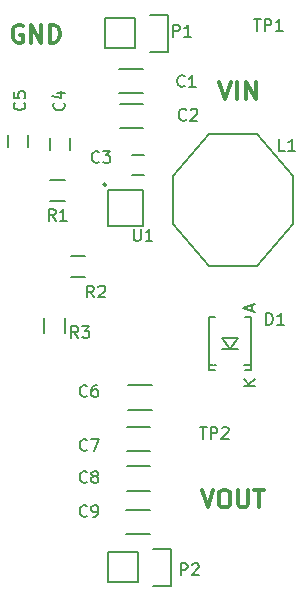
<source format=gbr>
G04 #@! TF.FileFunction,Legend,Top*
%FSLAX46Y46*%
G04 Gerber Fmt 4.6, Leading zero omitted, Abs format (unit mm)*
G04 Created by KiCad (PCBNEW 0.201509151501+6198~30~ubuntu14.04.1-product) date Wed 04 Nov 2015 10:21:58 PM EST*
%MOMM*%
G01*
G04 APERTURE LIST*
%ADD10C,0.100000*%
%ADD11C,0.300000*%
%ADD12C,0.150000*%
G04 APERTURE END LIST*
D10*
D11*
X110723823Y-56923240D02*
X110580966Y-56851811D01*
X110366680Y-56851811D01*
X110152395Y-56923240D01*
X110009537Y-57066097D01*
X109938109Y-57208954D01*
X109866680Y-57494669D01*
X109866680Y-57708954D01*
X109938109Y-57994669D01*
X110009537Y-58137526D01*
X110152395Y-58280383D01*
X110366680Y-58351811D01*
X110509537Y-58351811D01*
X110723823Y-58280383D01*
X110795252Y-58208954D01*
X110795252Y-57708954D01*
X110509537Y-57708954D01*
X111438109Y-58351811D02*
X111438109Y-56851811D01*
X112295252Y-58351811D01*
X112295252Y-56851811D01*
X113009538Y-58351811D02*
X113009538Y-56851811D01*
X113366681Y-56851811D01*
X113580966Y-56923240D01*
X113723824Y-57066097D01*
X113795252Y-57208954D01*
X113866681Y-57494669D01*
X113866681Y-57708954D01*
X113795252Y-57994669D01*
X113723824Y-58137526D01*
X113580966Y-58280383D01*
X113366681Y-58351811D01*
X113009538Y-58351811D01*
X127389143Y-61662571D02*
X127889143Y-63162571D01*
X128389143Y-61662571D01*
X128889143Y-63162571D02*
X128889143Y-61662571D01*
X129603429Y-63162571D02*
X129603429Y-61662571D01*
X130460572Y-63162571D01*
X130460572Y-61662571D01*
X125881143Y-96206571D02*
X126381143Y-97706571D01*
X126881143Y-96206571D01*
X127666857Y-96206571D02*
X127952571Y-96206571D01*
X128095429Y-96278000D01*
X128238286Y-96420857D01*
X128309714Y-96706571D01*
X128309714Y-97206571D01*
X128238286Y-97492286D01*
X128095429Y-97635143D01*
X127952571Y-97706571D01*
X127666857Y-97706571D01*
X127524000Y-97635143D01*
X127381143Y-97492286D01*
X127309714Y-97206571D01*
X127309714Y-96706571D01*
X127381143Y-96420857D01*
X127524000Y-96278000D01*
X127666857Y-96206571D01*
X128952572Y-96206571D02*
X128952572Y-97420857D01*
X129024000Y-97563714D01*
X129095429Y-97635143D01*
X129238286Y-97706571D01*
X129524000Y-97706571D01*
X129666858Y-97635143D01*
X129738286Y-97563714D01*
X129809715Y-97420857D01*
X129809715Y-96206571D01*
X130309715Y-96206571D02*
X131166858Y-96206571D01*
X130738287Y-97706571D02*
X130738287Y-96206571D01*
D12*
X118893080Y-62630160D02*
X120893080Y-62630160D01*
X120893080Y-60580160D02*
X118893080Y-60580160D01*
X118937280Y-65607040D02*
X120937280Y-65607040D01*
X120937280Y-63557040D02*
X118937280Y-63557040D01*
X119997600Y-69536680D02*
X120997600Y-69536680D01*
X120997600Y-67836680D02*
X119997600Y-67836680D01*
X113013120Y-66434400D02*
X113013120Y-67434400D01*
X114713120Y-67434400D02*
X114713120Y-66434400D01*
X109492680Y-66165160D02*
X109492680Y-67165160D01*
X111192680Y-67165160D02*
X111192680Y-66165160D01*
X119633240Y-89427160D02*
X121633240Y-89427160D01*
X121633240Y-87377160D02*
X119633240Y-87377160D01*
X119546880Y-92912040D02*
X121546880Y-92912040D01*
X121546880Y-90862040D02*
X119546880Y-90862040D01*
X119538240Y-96285160D02*
X121538240Y-96285160D01*
X121538240Y-94235160D02*
X119538240Y-94235160D01*
X119465600Y-99932600D02*
X121465600Y-99932600D01*
X121465600Y-97882600D02*
X119465600Y-97882600D01*
X128270000Y-84319580D02*
X127568960Y-83369620D01*
X127568960Y-83369620D02*
X128971040Y-83369620D01*
X128971040Y-83369620D02*
X128270000Y-84319580D01*
X127568960Y-84319580D02*
X128971040Y-84319580D01*
X129669540Y-86070440D02*
X129519680Y-86070440D01*
X126870460Y-86070440D02*
X127020320Y-86070440D01*
X129669540Y-85619140D02*
X129468880Y-85619140D01*
X129618740Y-81569560D02*
X129519680Y-81569560D01*
X126921260Y-85619140D02*
X127071120Y-85619140D01*
X126870460Y-81569560D02*
X127020320Y-81569560D01*
X130020060Y-85619140D02*
X129669540Y-85619140D01*
X126519940Y-85619140D02*
X126870460Y-85619140D01*
X130020060Y-81569560D02*
X129669540Y-81569560D01*
X130020060Y-86070440D02*
X129669540Y-86070440D01*
X126519940Y-86070440D02*
X126870460Y-86070440D01*
X126519940Y-81569560D02*
X126870460Y-81569560D01*
X130020060Y-86070440D02*
X130020060Y-81569560D01*
X126519940Y-86070440D02*
X126519940Y-81569560D01*
X133604000Y-69668000D02*
X133604000Y-73732000D01*
X133604000Y-73732000D02*
X130556000Y-77288000D01*
X130556000Y-77288000D02*
X126492000Y-77288000D01*
X126492000Y-77288000D02*
X123444000Y-73732000D01*
X123444000Y-73732000D02*
X123444000Y-69668000D01*
X123444000Y-69668000D02*
X126492000Y-66112000D01*
X126492000Y-66112000D02*
X130556000Y-66112000D01*
X130556000Y-66112000D02*
X133604000Y-69668000D01*
X120228360Y-58831480D02*
X117688360Y-58831480D01*
X123048360Y-59111480D02*
X121498360Y-59111480D01*
X120228360Y-58831480D02*
X120228360Y-56291480D01*
X121498360Y-56011480D02*
X123048360Y-56011480D01*
X123048360Y-56011480D02*
X123048360Y-59111480D01*
X120228360Y-56291480D02*
X117688360Y-56291480D01*
X117688360Y-56291480D02*
X117688360Y-58831480D01*
X120492520Y-104058720D02*
X117952520Y-104058720D01*
X123312520Y-104338720D02*
X121762520Y-104338720D01*
X120492520Y-104058720D02*
X120492520Y-101518720D01*
X121762520Y-101238720D02*
X123312520Y-101238720D01*
X123312520Y-101238720D02*
X123312520Y-104338720D01*
X120492520Y-101518720D02*
X117952520Y-101518720D01*
X117952520Y-101518720D02*
X117952520Y-104058720D01*
X113073880Y-70016400D02*
X114273880Y-70016400D01*
X114273880Y-71766400D02*
X113073880Y-71766400D01*
X114787120Y-76407040D02*
X115987120Y-76407040D01*
X115987120Y-78157040D02*
X114787120Y-78157040D01*
X112566480Y-82906160D02*
X112566480Y-81706160D01*
X114316480Y-81706160D02*
X114316480Y-82906160D01*
X117980000Y-70790000D02*
X117980000Y-73890000D01*
X117980000Y-73890000D02*
X120880000Y-73890000D01*
X120880000Y-73890000D02*
X120880000Y-70790000D01*
X120880000Y-70790000D02*
X117980000Y-70790000D01*
X117821421Y-70390000D02*
G75*
G03X117821421Y-70390000I-141421J0D01*
G01*
X124435574Y-62008023D02*
X124387955Y-62055642D01*
X124245098Y-62103261D01*
X124149860Y-62103261D01*
X124007002Y-62055642D01*
X123911764Y-61960404D01*
X123864145Y-61865166D01*
X123816526Y-61674690D01*
X123816526Y-61531832D01*
X123864145Y-61341356D01*
X123911764Y-61246118D01*
X124007002Y-61150880D01*
X124149860Y-61103261D01*
X124245098Y-61103261D01*
X124387955Y-61150880D01*
X124435574Y-61198499D01*
X125387955Y-62103261D02*
X124816526Y-62103261D01*
X125102240Y-62103261D02*
X125102240Y-61103261D01*
X125007002Y-61246118D01*
X124911764Y-61341356D01*
X124816526Y-61388975D01*
X124572734Y-64852823D02*
X124525115Y-64900442D01*
X124382258Y-64948061D01*
X124287020Y-64948061D01*
X124144162Y-64900442D01*
X124048924Y-64805204D01*
X124001305Y-64709966D01*
X123953686Y-64519490D01*
X123953686Y-64376632D01*
X124001305Y-64186156D01*
X124048924Y-64090918D01*
X124144162Y-63995680D01*
X124287020Y-63948061D01*
X124382258Y-63948061D01*
X124525115Y-63995680D01*
X124572734Y-64043299D01*
X124953686Y-64043299D02*
X125001305Y-63995680D01*
X125096543Y-63948061D01*
X125334639Y-63948061D01*
X125429877Y-63995680D01*
X125477496Y-64043299D01*
X125525115Y-64138537D01*
X125525115Y-64233775D01*
X125477496Y-64376632D01*
X124906067Y-64948061D01*
X125525115Y-64948061D01*
X117181334Y-68429143D02*
X117133715Y-68476762D01*
X116990858Y-68524381D01*
X116895620Y-68524381D01*
X116752762Y-68476762D01*
X116657524Y-68381524D01*
X116609905Y-68286286D01*
X116562286Y-68095810D01*
X116562286Y-67952952D01*
X116609905Y-67762476D01*
X116657524Y-67667238D01*
X116752762Y-67572000D01*
X116895620Y-67524381D01*
X116990858Y-67524381D01*
X117133715Y-67572000D01*
X117181334Y-67619619D01*
X117514667Y-67524381D02*
X118133715Y-67524381D01*
X117800381Y-67905333D01*
X117943239Y-67905333D01*
X118038477Y-67952952D01*
X118086096Y-68000571D01*
X118133715Y-68095810D01*
X118133715Y-68333905D01*
X118086096Y-68429143D01*
X118038477Y-68476762D01*
X117943239Y-68524381D01*
X117657524Y-68524381D01*
X117562286Y-68476762D01*
X117514667Y-68429143D01*
X114194863Y-63448866D02*
X114242482Y-63496485D01*
X114290101Y-63639342D01*
X114290101Y-63734580D01*
X114242482Y-63877438D01*
X114147244Y-63972676D01*
X114052006Y-64020295D01*
X113861530Y-64067914D01*
X113718672Y-64067914D01*
X113528196Y-64020295D01*
X113432958Y-63972676D01*
X113337720Y-63877438D01*
X113290101Y-63734580D01*
X113290101Y-63639342D01*
X113337720Y-63496485D01*
X113385339Y-63448866D01*
X113623434Y-62591723D02*
X114290101Y-62591723D01*
X113242482Y-62829819D02*
X113956768Y-63067914D01*
X113956768Y-62448866D01*
X110867463Y-63432986D02*
X110915082Y-63480605D01*
X110962701Y-63623462D01*
X110962701Y-63718700D01*
X110915082Y-63861558D01*
X110819844Y-63956796D01*
X110724606Y-64004415D01*
X110534130Y-64052034D01*
X110391272Y-64052034D01*
X110200796Y-64004415D01*
X110105558Y-63956796D01*
X110010320Y-63861558D01*
X109962701Y-63718700D01*
X109962701Y-63623462D01*
X110010320Y-63480605D01*
X110057939Y-63432986D01*
X109962701Y-62528224D02*
X109962701Y-63004415D01*
X110438891Y-63052034D01*
X110391272Y-63004415D01*
X110343653Y-62909177D01*
X110343653Y-62671081D01*
X110391272Y-62575843D01*
X110438891Y-62528224D01*
X110534130Y-62480605D01*
X110772225Y-62480605D01*
X110867463Y-62528224D01*
X110915082Y-62575843D01*
X110962701Y-62671081D01*
X110962701Y-62909177D01*
X110915082Y-63004415D01*
X110867463Y-63052034D01*
X116165334Y-88241143D02*
X116117715Y-88288762D01*
X115974858Y-88336381D01*
X115879620Y-88336381D01*
X115736762Y-88288762D01*
X115641524Y-88193524D01*
X115593905Y-88098286D01*
X115546286Y-87907810D01*
X115546286Y-87764952D01*
X115593905Y-87574476D01*
X115641524Y-87479238D01*
X115736762Y-87384000D01*
X115879620Y-87336381D01*
X115974858Y-87336381D01*
X116117715Y-87384000D01*
X116165334Y-87431619D01*
X117022477Y-87336381D02*
X116832000Y-87336381D01*
X116736762Y-87384000D01*
X116689143Y-87431619D01*
X116593905Y-87574476D01*
X116546286Y-87764952D01*
X116546286Y-88145905D01*
X116593905Y-88241143D01*
X116641524Y-88288762D01*
X116736762Y-88336381D01*
X116927239Y-88336381D01*
X117022477Y-88288762D01*
X117070096Y-88241143D01*
X117117715Y-88145905D01*
X117117715Y-87907810D01*
X117070096Y-87812571D01*
X117022477Y-87764952D01*
X116927239Y-87717333D01*
X116736762Y-87717333D01*
X116641524Y-87764952D01*
X116593905Y-87812571D01*
X116546286Y-87907810D01*
X116165334Y-92813143D02*
X116117715Y-92860762D01*
X115974858Y-92908381D01*
X115879620Y-92908381D01*
X115736762Y-92860762D01*
X115641524Y-92765524D01*
X115593905Y-92670286D01*
X115546286Y-92479810D01*
X115546286Y-92336952D01*
X115593905Y-92146476D01*
X115641524Y-92051238D01*
X115736762Y-91956000D01*
X115879620Y-91908381D01*
X115974858Y-91908381D01*
X116117715Y-91956000D01*
X116165334Y-92003619D01*
X116498667Y-91908381D02*
X117165334Y-91908381D01*
X116736762Y-92908381D01*
X116165334Y-95530943D02*
X116117715Y-95578562D01*
X115974858Y-95626181D01*
X115879620Y-95626181D01*
X115736762Y-95578562D01*
X115641524Y-95483324D01*
X115593905Y-95388086D01*
X115546286Y-95197610D01*
X115546286Y-95054752D01*
X115593905Y-94864276D01*
X115641524Y-94769038D01*
X115736762Y-94673800D01*
X115879620Y-94626181D01*
X115974858Y-94626181D01*
X116117715Y-94673800D01*
X116165334Y-94721419D01*
X116736762Y-95054752D02*
X116641524Y-95007133D01*
X116593905Y-94959514D01*
X116546286Y-94864276D01*
X116546286Y-94816657D01*
X116593905Y-94721419D01*
X116641524Y-94673800D01*
X116736762Y-94626181D01*
X116927239Y-94626181D01*
X117022477Y-94673800D01*
X117070096Y-94721419D01*
X117117715Y-94816657D01*
X117117715Y-94864276D01*
X117070096Y-94959514D01*
X117022477Y-95007133D01*
X116927239Y-95054752D01*
X116736762Y-95054752D01*
X116641524Y-95102371D01*
X116593905Y-95149990D01*
X116546286Y-95245229D01*
X116546286Y-95435705D01*
X116593905Y-95530943D01*
X116641524Y-95578562D01*
X116736762Y-95626181D01*
X116927239Y-95626181D01*
X117022477Y-95578562D01*
X117070096Y-95530943D01*
X117117715Y-95435705D01*
X117117715Y-95245229D01*
X117070096Y-95149990D01*
X117022477Y-95102371D01*
X116927239Y-95054752D01*
X116165334Y-98401143D02*
X116117715Y-98448762D01*
X115974858Y-98496381D01*
X115879620Y-98496381D01*
X115736762Y-98448762D01*
X115641524Y-98353524D01*
X115593905Y-98258286D01*
X115546286Y-98067810D01*
X115546286Y-97924952D01*
X115593905Y-97734476D01*
X115641524Y-97639238D01*
X115736762Y-97544000D01*
X115879620Y-97496381D01*
X115974858Y-97496381D01*
X116117715Y-97544000D01*
X116165334Y-97591619D01*
X116641524Y-98496381D02*
X116832000Y-98496381D01*
X116927239Y-98448762D01*
X116974858Y-98401143D01*
X117070096Y-98258286D01*
X117117715Y-98067810D01*
X117117715Y-97686857D01*
X117070096Y-97591619D01*
X117022477Y-97544000D01*
X116927239Y-97496381D01*
X116736762Y-97496381D01*
X116641524Y-97544000D01*
X116593905Y-97591619D01*
X116546286Y-97686857D01*
X116546286Y-97924952D01*
X116593905Y-98020190D01*
X116641524Y-98067810D01*
X116736762Y-98115429D01*
X116927239Y-98115429D01*
X117022477Y-98067810D01*
X117070096Y-98020190D01*
X117117715Y-97924952D01*
X131341905Y-82240381D02*
X131341905Y-81240381D01*
X131580000Y-81240381D01*
X131722858Y-81288000D01*
X131818096Y-81383238D01*
X131865715Y-81478476D01*
X131913334Y-81668952D01*
X131913334Y-81811810D01*
X131865715Y-82002286D01*
X131818096Y-82097524D01*
X131722858Y-82192762D01*
X131580000Y-82240381D01*
X131341905Y-82240381D01*
X132865715Y-82240381D02*
X132294286Y-82240381D01*
X132580000Y-82240381D02*
X132580000Y-81240381D01*
X132484762Y-81383238D01*
X132389524Y-81478476D01*
X132294286Y-81526095D01*
X130422381Y-87381905D02*
X129422381Y-87381905D01*
X130422381Y-86810476D02*
X129850952Y-87239048D01*
X129422381Y-86810476D02*
X129993810Y-87381905D01*
X130135927Y-81058355D02*
X130135927Y-80582164D01*
X130421641Y-81153593D02*
X129421641Y-80820260D01*
X130421641Y-80486926D01*
X132929334Y-67508381D02*
X132453143Y-67508381D01*
X132453143Y-66508381D01*
X133786477Y-67508381D02*
X133215048Y-67508381D01*
X133500762Y-67508381D02*
X133500762Y-66508381D01*
X133405524Y-66651238D01*
X133310286Y-66746476D01*
X133215048Y-66794095D01*
X123472985Y-57841141D02*
X123472985Y-56841141D01*
X123853938Y-56841141D01*
X123949176Y-56888760D01*
X123996795Y-56936379D01*
X124044414Y-57031617D01*
X124044414Y-57174474D01*
X123996795Y-57269712D01*
X123949176Y-57317331D01*
X123853938Y-57364950D01*
X123472985Y-57364950D01*
X124996795Y-57841141D02*
X124425366Y-57841141D01*
X124711080Y-57841141D02*
X124711080Y-56841141D01*
X124615842Y-56983998D01*
X124520604Y-57079236D01*
X124425366Y-57126855D01*
X124118145Y-103444301D02*
X124118145Y-102444301D01*
X124499098Y-102444301D01*
X124594336Y-102491920D01*
X124641955Y-102539539D01*
X124689574Y-102634777D01*
X124689574Y-102777634D01*
X124641955Y-102872872D01*
X124594336Y-102920491D01*
X124499098Y-102968110D01*
X124118145Y-102968110D01*
X125070526Y-102539539D02*
X125118145Y-102491920D01*
X125213383Y-102444301D01*
X125451479Y-102444301D01*
X125546717Y-102491920D01*
X125594336Y-102539539D01*
X125641955Y-102634777D01*
X125641955Y-102730015D01*
X125594336Y-102872872D01*
X125022907Y-103444301D01*
X125641955Y-103444301D01*
X113507214Y-73443781D02*
X113173880Y-72967590D01*
X112935785Y-73443781D02*
X112935785Y-72443781D01*
X113316738Y-72443781D01*
X113411976Y-72491400D01*
X113459595Y-72539019D01*
X113507214Y-72634257D01*
X113507214Y-72777114D01*
X113459595Y-72872352D01*
X113411976Y-72919971D01*
X113316738Y-72967590D01*
X112935785Y-72967590D01*
X114459595Y-73443781D02*
X113888166Y-73443781D01*
X114173880Y-73443781D02*
X114173880Y-72443781D01*
X114078642Y-72586638D01*
X113983404Y-72681876D01*
X113888166Y-72729495D01*
X116759694Y-79918821D02*
X116426360Y-79442630D01*
X116188265Y-79918821D02*
X116188265Y-78918821D01*
X116569218Y-78918821D01*
X116664456Y-78966440D01*
X116712075Y-79014059D01*
X116759694Y-79109297D01*
X116759694Y-79252154D01*
X116712075Y-79347392D01*
X116664456Y-79395011D01*
X116569218Y-79442630D01*
X116188265Y-79442630D01*
X117140646Y-79014059D02*
X117188265Y-78966440D01*
X117283503Y-78918821D01*
X117521599Y-78918821D01*
X117616837Y-78966440D01*
X117664456Y-79014059D01*
X117712075Y-79109297D01*
X117712075Y-79204535D01*
X117664456Y-79347392D01*
X117093027Y-79918821D01*
X117712075Y-79918821D01*
X115423654Y-83363061D02*
X115090320Y-82886870D01*
X114852225Y-83363061D02*
X114852225Y-82363061D01*
X115233178Y-82363061D01*
X115328416Y-82410680D01*
X115376035Y-82458299D01*
X115423654Y-82553537D01*
X115423654Y-82696394D01*
X115376035Y-82791632D01*
X115328416Y-82839251D01*
X115233178Y-82886870D01*
X114852225Y-82886870D01*
X115756987Y-82363061D02*
X116376035Y-82363061D01*
X116042701Y-82744013D01*
X116185559Y-82744013D01*
X116280797Y-82791632D01*
X116328416Y-82839251D01*
X116376035Y-82934490D01*
X116376035Y-83172585D01*
X116328416Y-83267823D01*
X116280797Y-83315442D01*
X116185559Y-83363061D01*
X115899844Y-83363061D01*
X115804606Y-83315442D01*
X115756987Y-83267823D01*
X130310095Y-56348381D02*
X130881524Y-56348381D01*
X130595809Y-57348381D02*
X130595809Y-56348381D01*
X131214857Y-57348381D02*
X131214857Y-56348381D01*
X131595810Y-56348381D01*
X131691048Y-56396000D01*
X131738667Y-56443619D01*
X131786286Y-56538857D01*
X131786286Y-56681714D01*
X131738667Y-56776952D01*
X131691048Y-56824571D01*
X131595810Y-56872190D01*
X131214857Y-56872190D01*
X132738667Y-57348381D02*
X132167238Y-57348381D01*
X132452952Y-57348381D02*
X132452952Y-56348381D01*
X132357714Y-56491238D01*
X132262476Y-56586476D01*
X132167238Y-56634095D01*
X125738095Y-90892381D02*
X126309524Y-90892381D01*
X126023809Y-91892381D02*
X126023809Y-90892381D01*
X126642857Y-91892381D02*
X126642857Y-90892381D01*
X127023810Y-90892381D01*
X127119048Y-90940000D01*
X127166667Y-90987619D01*
X127214286Y-91082857D01*
X127214286Y-91225714D01*
X127166667Y-91320952D01*
X127119048Y-91368571D01*
X127023810Y-91416190D01*
X126642857Y-91416190D01*
X127595238Y-90987619D02*
X127642857Y-90940000D01*
X127738095Y-90892381D01*
X127976191Y-90892381D01*
X128071429Y-90940000D01*
X128119048Y-90987619D01*
X128166667Y-91082857D01*
X128166667Y-91178095D01*
X128119048Y-91320952D01*
X127547619Y-91892381D01*
X128166667Y-91892381D01*
X120142095Y-74128381D02*
X120142095Y-74937905D01*
X120189714Y-75033143D01*
X120237333Y-75080762D01*
X120332571Y-75128381D01*
X120523048Y-75128381D01*
X120618286Y-75080762D01*
X120665905Y-75033143D01*
X120713524Y-74937905D01*
X120713524Y-74128381D01*
X121713524Y-75128381D02*
X121142095Y-75128381D01*
X121427809Y-75128381D02*
X121427809Y-74128381D01*
X121332571Y-74271238D01*
X121237333Y-74366476D01*
X121142095Y-74414095D01*
M02*

</source>
